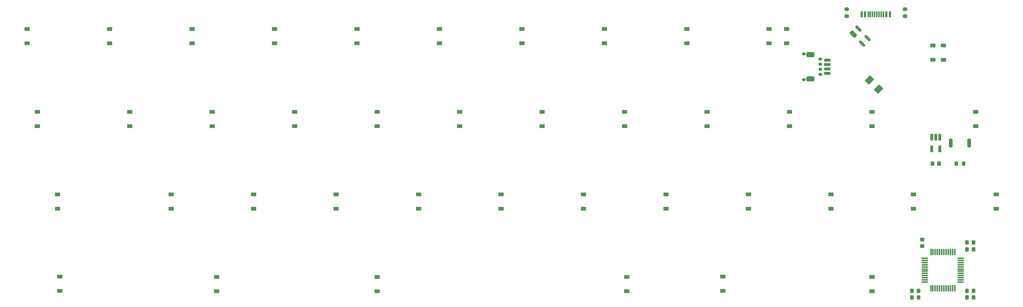
<source format=gbr>
G04 #@! TF.GenerationSoftware,KiCad,Pcbnew,8.0.8*
G04 #@! TF.CreationDate,2025-03-09T16:46:02+01:00*
G04 #@! TF.ProjectId,PowerVan,506f7765-7256-4616-9e2e-6b696361645f,rev?*
G04 #@! TF.SameCoordinates,Original*
G04 #@! TF.FileFunction,Paste,Bot*
G04 #@! TF.FilePolarity,Positive*
%FSLAX46Y46*%
G04 Gerber Fmt 4.6, Leading zero omitted, Abs format (unit mm)*
G04 Created by KiCad (PCBNEW 8.0.8) date 2025-03-09 16:46:02*
%MOMM*%
%LPD*%
G01*
G04 APERTURE LIST*
G04 Aperture macros list*
%AMRoundRect*
0 Rectangle with rounded corners*
0 $1 Rounding radius*
0 $2 $3 $4 $5 $6 $7 $8 $9 X,Y pos of 4 corners*
0 Add a 4 corners polygon primitive as box body*
4,1,4,$2,$3,$4,$5,$6,$7,$8,$9,$2,$3,0*
0 Add four circle primitives for the rounded corners*
1,1,$1+$1,$2,$3*
1,1,$1+$1,$4,$5*
1,1,$1+$1,$6,$7*
1,1,$1+$1,$8,$9*
0 Add four rect primitives between the rounded corners*
20,1,$1+$1,$2,$3,$4,$5,0*
20,1,$1+$1,$4,$5,$6,$7,0*
20,1,$1+$1,$6,$7,$8,$9,0*
20,1,$1+$1,$8,$9,$2,$3,0*%
G04 Aperture macros list end*
%ADD10R,1.200000X0.900000*%
%ADD11R,0.600000X1.450000*%
%ADD12R,0.300000X1.450000*%
%ADD13RoundRect,0.225000X-0.225000X-0.250000X0.225000X-0.250000X0.225000X0.250000X-0.225000X0.250000X0*%
%ADD14RoundRect,0.200000X-0.200000X-0.800000X0.200000X-0.800000X0.200000X0.800000X-0.200000X0.800000X0*%
%ADD15RoundRect,0.225000X0.250000X-0.225000X0.250000X0.225000X-0.250000X0.225000X-0.250000X-0.225000X0*%
%ADD16RoundRect,0.200000X0.275000X-0.200000X0.275000X0.200000X-0.275000X0.200000X-0.275000X-0.200000X0*%
%ADD17RoundRect,0.250001X0.768977X0.114905X0.114905X0.768977X-0.768977X-0.114905X-0.114905X-0.768977X0*%
%ADD18RoundRect,0.150000X0.625000X-0.150000X0.625000X0.150000X-0.625000X0.150000X-0.625000X-0.150000X0*%
%ADD19RoundRect,0.250000X0.650000X-0.350000X0.650000X0.350000X-0.650000X0.350000X-0.650000X-0.350000X0*%
%ADD20RoundRect,0.225000X0.225000X0.250000X-0.225000X0.250000X-0.225000X-0.250000X0.225000X-0.250000X0*%
%ADD21RoundRect,0.225000X0.375000X-0.225000X0.375000X0.225000X-0.375000X0.225000X-0.375000X-0.225000X0*%
%ADD22RoundRect,0.200000X-0.200000X-0.275000X0.200000X-0.275000X0.200000X0.275000X-0.200000X0.275000X0*%
%ADD23RoundRect,0.250000X-0.601041X0.247487X0.247487X-0.601041X0.601041X-0.247487X-0.247487X0.601041X0*%
%ADD24RoundRect,0.150000X-0.601041X0.388909X0.388909X-0.601041X0.601041X-0.388909X-0.388909X0.601041X0*%
%ADD25RoundRect,0.075000X0.075000X-0.662500X0.075000X0.662500X-0.075000X0.662500X-0.075000X-0.662500X0*%
%ADD26RoundRect,0.075000X0.662500X-0.075000X0.662500X0.075000X-0.662500X0.075000X-0.662500X-0.075000X0*%
%ADD27RoundRect,0.162500X-0.162500X0.617500X-0.162500X-0.617500X0.162500X-0.617500X0.162500X0.617500X0*%
%ADD28RoundRect,0.150000X0.275000X-0.150000X0.275000X0.150000X-0.275000X0.150000X-0.275000X-0.150000X0*%
%ADD29RoundRect,0.175000X0.225000X-0.175000X0.225000X0.175000X-0.225000X0.175000X-0.225000X-0.175000X0*%
G04 APERTURE END LIST*
D10*
X413957000Y-210470000D03*
X413957000Y-207170000D03*
X328613000Y-229512000D03*
X328613000Y-226212000D03*
X394859500Y-210462000D03*
X394859500Y-207162000D03*
X271034500Y-229512000D03*
X271034500Y-226212000D03*
X197644250Y-229456500D03*
X197644250Y-226156500D03*
X233950500Y-229512000D03*
X233950500Y-226212000D03*
X350838000Y-229456500D03*
X350838000Y-226156500D03*
X385334500Y-229512000D03*
X385334500Y-226212000D03*
X271034500Y-191412000D03*
X271034500Y-188112000D03*
X409258000Y-191412000D03*
X409258000Y-188112000D03*
X261509500Y-210462000D03*
X261509500Y-207162000D03*
X375809500Y-210462000D03*
X375809500Y-207162000D03*
X356759500Y-210462000D03*
X356759500Y-207162000D03*
X280559500Y-210462000D03*
X280559500Y-207162000D03*
X337709500Y-210462000D03*
X337709500Y-207162000D03*
X192469000Y-191412000D03*
X192469000Y-188112000D03*
X318659500Y-210462000D03*
X318659500Y-207162000D03*
X242459500Y-210462000D03*
X242459500Y-207162000D03*
X366284500Y-191412000D03*
X366284500Y-188112000D03*
X232934500Y-191412000D03*
X232934500Y-188112000D03*
X213884500Y-191412000D03*
X213884500Y-188112000D03*
X347234500Y-191412000D03*
X347234500Y-188112000D03*
X290084500Y-191412000D03*
X290084500Y-188112000D03*
X309134500Y-191412000D03*
X309134500Y-188112000D03*
X299609500Y-210462000D03*
X299609500Y-207162000D03*
X223409500Y-210462000D03*
X223409500Y-207162000D03*
X385334500Y-191412000D03*
X385334500Y-188112000D03*
X328184500Y-191412000D03*
X328184500Y-188112000D03*
X251984500Y-191412000D03*
X251984500Y-188112000D03*
X342503750Y-172298500D03*
X342503750Y-168998500D03*
X399352000Y-172753000D03*
X399352000Y-176053000D03*
X365570000Y-172306500D03*
X365570000Y-169006500D03*
X323453750Y-172298500D03*
X323453750Y-168998500D03*
X209153750Y-172298500D03*
X209153750Y-168998500D03*
X304403750Y-172298500D03*
X304403750Y-168998500D03*
X285353750Y-172298500D03*
X285353750Y-168998500D03*
X266303750Y-172298500D03*
X266303750Y-168998500D03*
X228203750Y-172298500D03*
X228203750Y-168998500D03*
X247253750Y-172298500D03*
X247253750Y-168998500D03*
X401765000Y-176053000D03*
X401765000Y-172753000D03*
X361506000Y-172298500D03*
X361506000Y-168998500D03*
X197168000Y-210462000D03*
X197168000Y-207162000D03*
D11*
X382909500Y-165600250D03*
X383709500Y-165600250D03*
D12*
X384909500Y-165600250D03*
X385909500Y-165600250D03*
X386409500Y-165600250D03*
X387409500Y-165600250D03*
D11*
X388609500Y-165600250D03*
X389409500Y-165600250D03*
X389409500Y-165600250D03*
X388609500Y-165600250D03*
D12*
X387909500Y-165600250D03*
X386909500Y-165600250D03*
X385409500Y-165600250D03*
X384409500Y-165600250D03*
D11*
X383709500Y-165600250D03*
X382909500Y-165600250D03*
D13*
X407213000Y-230981500D03*
X408763000Y-230981500D03*
D14*
X403506750Y-195262750D03*
X407706750Y-195262750D03*
D15*
X396875500Y-219075250D03*
X396875500Y-217525250D03*
D16*
X392906750Y-166025250D03*
X392906750Y-164375250D03*
D17*
X386814821Y-182820821D03*
X384711179Y-180717179D03*
D18*
X374956553Y-179200250D03*
X374956553Y-178200250D03*
X374956553Y-177200250D03*
X374956553Y-176200250D03*
D19*
X371081553Y-180500250D03*
X371081553Y-174900250D03*
D16*
X379413000Y-166025250D03*
X379413000Y-164375250D03*
D13*
X399275500Y-200025250D03*
X400825500Y-200025250D03*
D20*
X396063000Y-230981500D03*
X394513000Y-230981500D03*
D13*
X407213000Y-229394000D03*
X408763000Y-229394000D03*
D21*
X190100500Y-172306500D03*
X190100500Y-169006500D03*
D22*
X404781750Y-200025250D03*
X406431750Y-200025250D03*
D23*
X380997010Y-170126170D03*
D24*
X382199091Y-168924088D03*
X384320412Y-171045409D03*
X382976909Y-172388912D03*
D20*
X396063000Y-229394000D03*
X394513000Y-229394000D03*
D13*
X407213000Y-219869000D03*
X408763000Y-219869000D03*
D25*
X404388000Y-228794000D03*
X403888000Y-228794000D03*
X403388000Y-228794000D03*
X402888000Y-228794000D03*
X402388000Y-228794000D03*
X401888000Y-228794000D03*
X401388000Y-228794000D03*
X400888000Y-228794000D03*
X400388000Y-228794000D03*
X399888000Y-228794000D03*
X399388000Y-228794000D03*
X398888000Y-228794000D03*
D26*
X397475500Y-227381500D03*
X397475500Y-226881500D03*
X397475500Y-226381500D03*
X397475500Y-225881500D03*
X397475500Y-225381500D03*
X397475500Y-224881500D03*
X397475500Y-224381500D03*
X397475500Y-223881500D03*
X397475500Y-223381500D03*
X397475500Y-222881500D03*
X397475500Y-222381500D03*
X397475500Y-221881500D03*
D25*
X398888000Y-220469000D03*
X399388000Y-220469000D03*
X399888000Y-220469000D03*
X400388000Y-220469000D03*
X400888000Y-220469000D03*
X401388000Y-220469000D03*
X401888000Y-220469000D03*
X402388000Y-220469000D03*
X402888000Y-220469000D03*
X403388000Y-220469000D03*
X403888000Y-220469000D03*
X404388000Y-220469000D03*
D26*
X405800500Y-221881500D03*
X405800500Y-222381500D03*
X405800500Y-222881500D03*
X405800500Y-223381500D03*
X405800500Y-223881500D03*
X405800500Y-224381500D03*
X405800500Y-224881500D03*
X405800500Y-225381500D03*
X405800500Y-225881500D03*
X405800500Y-226381500D03*
X405800500Y-226881500D03*
X405800500Y-227381500D03*
D13*
X407194250Y-218281500D03*
X408744250Y-218281500D03*
D27*
X399100500Y-193912750D03*
X400050500Y-193912750D03*
X401000500Y-193912750D03*
X401000500Y-196612750D03*
X399100500Y-196612750D03*
D28*
X373350500Y-179500250D03*
X373350500Y-178300250D03*
X373350500Y-177100250D03*
X373350500Y-175900250D03*
D29*
X369575500Y-180650250D03*
X369575500Y-174750250D03*
M02*

</source>
